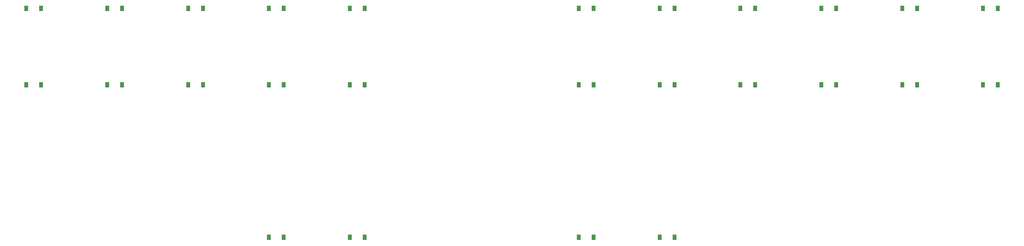
<source format=gbr>
%TF.GenerationSoftware,KiCad,Pcbnew,9.0.0*%
%TF.CreationDate,2025-03-14T12:58:10+01:00*%
%TF.ProjectId,pcb,7063622e-6b69-4636-9164-5f7063625858,v1.0.0*%
%TF.SameCoordinates,Original*%
%TF.FileFunction,Paste,Top*%
%TF.FilePolarity,Positive*%
%FSLAX46Y46*%
G04 Gerber Fmt 4.6, Leading zero omitted, Abs format (unit mm)*
G04 Created by KiCad (PCBNEW 9.0.0) date 2025-03-14 12:58:10*
%MOMM*%
%LPD*%
G01*
G04 APERTURE LIST*
%ADD10R,0.900000X1.200000*%
G04 APERTURE END LIST*
D10*
%TO.C,D1*%
X98350000Y-105000000D03*
X101650000Y-105000000D03*
%TD*%
%TO.C,D2*%
X98350000Y-88000000D03*
X101650000Y-88000000D03*
%TD*%
%TO.C,D3*%
X116350000Y-105000000D03*
X119650000Y-105000000D03*
%TD*%
%TO.C,D4*%
X116350000Y-88000000D03*
X119650000Y-88000000D03*
%TD*%
%TO.C,D5*%
X134350000Y-105000000D03*
X137650000Y-105000000D03*
%TD*%
%TO.C,D6*%
X134350000Y-88000000D03*
X137650000Y-88000000D03*
%TD*%
%TO.C,D7*%
X152350000Y-105000000D03*
X155650000Y-105000000D03*
%TD*%
%TO.C,D8*%
X152350000Y-88000000D03*
X155650000Y-88000000D03*
%TD*%
%TO.C,D9*%
X170350000Y-105000000D03*
X173650000Y-105000000D03*
%TD*%
%TO.C,D10*%
X170350000Y-88000000D03*
X173650000Y-88000000D03*
%TD*%
%TO.C,D11*%
X221350000Y-105000000D03*
X224650000Y-105000000D03*
%TD*%
%TO.C,D12*%
X221350000Y-88000000D03*
X224650000Y-88000000D03*
%TD*%
%TO.C,D13*%
X239350000Y-105000000D03*
X242650000Y-105000000D03*
%TD*%
%TO.C,D14*%
X239350000Y-88000000D03*
X242650000Y-88000000D03*
%TD*%
%TO.C,D15*%
X257350000Y-105000000D03*
X260650000Y-105000000D03*
%TD*%
%TO.C,D16*%
X257350000Y-88000000D03*
X260650000Y-88000000D03*
%TD*%
%TO.C,D17*%
X275350000Y-105000000D03*
X278650000Y-105000000D03*
%TD*%
%TO.C,D18*%
X275350000Y-88000000D03*
X278650000Y-88000000D03*
%TD*%
%TO.C,D19*%
X293350000Y-105000000D03*
X296650000Y-105000000D03*
%TD*%
%TO.C,D20*%
X293350000Y-88000000D03*
X296650000Y-88000000D03*
%TD*%
%TO.C,D21*%
X311350000Y-105000000D03*
X314650000Y-105000000D03*
%TD*%
%TO.C,D22*%
X311350000Y-88000000D03*
X314650000Y-88000000D03*
%TD*%
%TO.C,D23*%
X152350000Y-139000000D03*
X155650000Y-139000000D03*
%TD*%
%TO.C,D24*%
X170350000Y-139000000D03*
X173650000Y-139000000D03*
%TD*%
%TO.C,D25*%
X221350000Y-139000000D03*
X224650000Y-139000000D03*
%TD*%
%TO.C,D26*%
X239350000Y-139000000D03*
X242650000Y-139000000D03*
%TD*%
M02*

</source>
